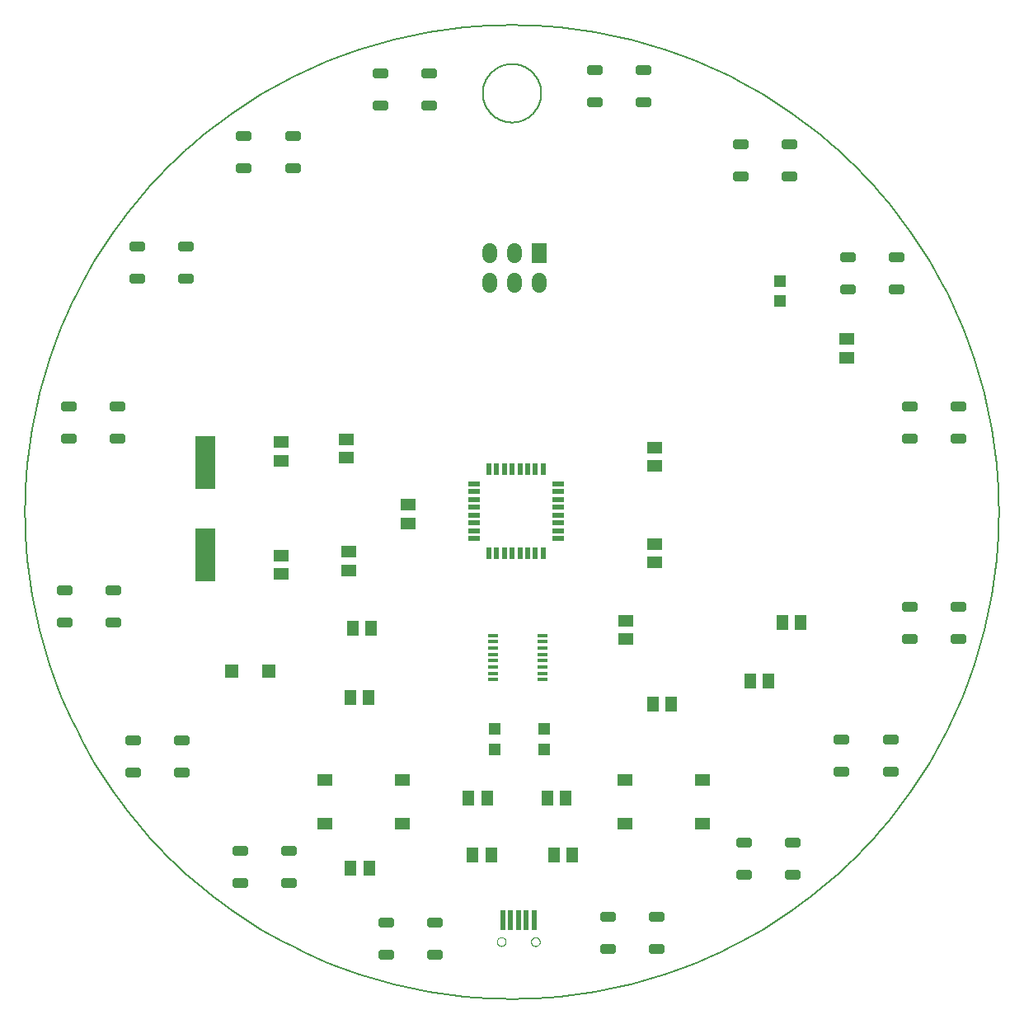
<source format=gtp>
G75*
%MOIN*%
%OFA0B0*%
%FSLAX25Y25*%
%IPPOS*%
%LPD*%
%AMOC8*
5,1,8,0,0,1.08239X$1,22.5*
%
%ADD10C,0.00600*%
%ADD11R,0.05118X0.05906*%
%ADD12R,0.05906X0.05118*%
%ADD13R,0.05512X0.05512*%
%ADD14R,0.05000X0.02200*%
%ADD15R,0.02200X0.05000*%
%ADD16R,0.03900X0.01200*%
%ADD17C,0.01969*%
%ADD18R,0.04724X0.04724*%
%ADD19R,0.06299X0.05118*%
%ADD20R,0.06000X0.08000*%
%ADD21C,0.06000*%
%ADD22R,0.01969X0.07874*%
%ADD23C,0.00000*%
%ADD24R,0.07874X0.21654*%
D10*
X0001300Y0203937D02*
X0001359Y0208768D01*
X0001537Y0213596D01*
X0001833Y0218418D01*
X0002248Y0223232D01*
X0002780Y0228034D01*
X0003431Y0232821D01*
X0004198Y0237591D01*
X0005082Y0242341D01*
X0006083Y0247067D01*
X0007199Y0251768D01*
X0008431Y0256439D01*
X0009776Y0261080D01*
X0011235Y0265685D01*
X0012807Y0270254D01*
X0014490Y0274782D01*
X0016284Y0279268D01*
X0018188Y0283709D01*
X0020200Y0288101D01*
X0022319Y0292443D01*
X0024544Y0296731D01*
X0026873Y0300964D01*
X0029306Y0305138D01*
X0031841Y0309251D01*
X0034475Y0313301D01*
X0037208Y0317285D01*
X0040039Y0321200D01*
X0042964Y0325045D01*
X0045983Y0328817D01*
X0049093Y0332514D01*
X0052294Y0336133D01*
X0055582Y0339673D01*
X0058956Y0343131D01*
X0062414Y0346505D01*
X0065954Y0349793D01*
X0069573Y0352994D01*
X0073270Y0356104D01*
X0077042Y0359123D01*
X0080887Y0362048D01*
X0084802Y0364879D01*
X0088786Y0367612D01*
X0092836Y0370246D01*
X0096949Y0372781D01*
X0101123Y0375214D01*
X0105356Y0377543D01*
X0109644Y0379768D01*
X0113986Y0381887D01*
X0118378Y0383899D01*
X0122819Y0385803D01*
X0127305Y0387597D01*
X0131833Y0389280D01*
X0136402Y0390852D01*
X0141007Y0392311D01*
X0145648Y0393656D01*
X0150319Y0394888D01*
X0155020Y0396004D01*
X0159746Y0397005D01*
X0164496Y0397889D01*
X0169266Y0398656D01*
X0174053Y0399307D01*
X0178855Y0399839D01*
X0183669Y0400254D01*
X0188491Y0400550D01*
X0193319Y0400728D01*
X0198150Y0400787D01*
X0202981Y0400728D01*
X0207809Y0400550D01*
X0212631Y0400254D01*
X0217445Y0399839D01*
X0222247Y0399307D01*
X0227034Y0398656D01*
X0231804Y0397889D01*
X0236554Y0397005D01*
X0241280Y0396004D01*
X0245981Y0394888D01*
X0250652Y0393656D01*
X0255293Y0392311D01*
X0259898Y0390852D01*
X0264467Y0389280D01*
X0268995Y0387597D01*
X0273481Y0385803D01*
X0277922Y0383899D01*
X0282314Y0381887D01*
X0286656Y0379768D01*
X0290944Y0377543D01*
X0295177Y0375214D01*
X0299351Y0372781D01*
X0303464Y0370246D01*
X0307514Y0367612D01*
X0311498Y0364879D01*
X0315413Y0362048D01*
X0319258Y0359123D01*
X0323030Y0356104D01*
X0326727Y0352994D01*
X0330346Y0349793D01*
X0333886Y0346505D01*
X0337344Y0343131D01*
X0340718Y0339673D01*
X0344006Y0336133D01*
X0347207Y0332514D01*
X0350317Y0328817D01*
X0353336Y0325045D01*
X0356261Y0321200D01*
X0359092Y0317285D01*
X0361825Y0313301D01*
X0364459Y0309251D01*
X0366994Y0305138D01*
X0369427Y0300964D01*
X0371756Y0296731D01*
X0373981Y0292443D01*
X0376100Y0288101D01*
X0378112Y0283709D01*
X0380016Y0279268D01*
X0381810Y0274782D01*
X0383493Y0270254D01*
X0385065Y0265685D01*
X0386524Y0261080D01*
X0387869Y0256439D01*
X0389101Y0251768D01*
X0390217Y0247067D01*
X0391218Y0242341D01*
X0392102Y0237591D01*
X0392869Y0232821D01*
X0393520Y0228034D01*
X0394052Y0223232D01*
X0394467Y0218418D01*
X0394763Y0213596D01*
X0394941Y0208768D01*
X0395000Y0203937D01*
X0394941Y0199106D01*
X0394763Y0194278D01*
X0394467Y0189456D01*
X0394052Y0184642D01*
X0393520Y0179840D01*
X0392869Y0175053D01*
X0392102Y0170283D01*
X0391218Y0165533D01*
X0390217Y0160807D01*
X0389101Y0156106D01*
X0387869Y0151435D01*
X0386524Y0146794D01*
X0385065Y0142189D01*
X0383493Y0137620D01*
X0381810Y0133092D01*
X0380016Y0128606D01*
X0378112Y0124165D01*
X0376100Y0119773D01*
X0373981Y0115431D01*
X0371756Y0111143D01*
X0369427Y0106910D01*
X0366994Y0102736D01*
X0364459Y0098623D01*
X0361825Y0094573D01*
X0359092Y0090589D01*
X0356261Y0086674D01*
X0353336Y0082829D01*
X0350317Y0079057D01*
X0347207Y0075360D01*
X0344006Y0071741D01*
X0340718Y0068201D01*
X0337344Y0064743D01*
X0333886Y0061369D01*
X0330346Y0058081D01*
X0326727Y0054880D01*
X0323030Y0051770D01*
X0319258Y0048751D01*
X0315413Y0045826D01*
X0311498Y0042995D01*
X0307514Y0040262D01*
X0303464Y0037628D01*
X0299351Y0035093D01*
X0295177Y0032660D01*
X0290944Y0030331D01*
X0286656Y0028106D01*
X0282314Y0025987D01*
X0277922Y0023975D01*
X0273481Y0022071D01*
X0268995Y0020277D01*
X0264467Y0018594D01*
X0259898Y0017022D01*
X0255293Y0015563D01*
X0250652Y0014218D01*
X0245981Y0012986D01*
X0241280Y0011870D01*
X0236554Y0010869D01*
X0231804Y0009985D01*
X0227034Y0009218D01*
X0222247Y0008567D01*
X0217445Y0008035D01*
X0212631Y0007620D01*
X0207809Y0007324D01*
X0202981Y0007146D01*
X0198150Y0007087D01*
X0193319Y0007146D01*
X0188491Y0007324D01*
X0183669Y0007620D01*
X0178855Y0008035D01*
X0174053Y0008567D01*
X0169266Y0009218D01*
X0164496Y0009985D01*
X0159746Y0010869D01*
X0155020Y0011870D01*
X0150319Y0012986D01*
X0145648Y0014218D01*
X0141007Y0015563D01*
X0136402Y0017022D01*
X0131833Y0018594D01*
X0127305Y0020277D01*
X0122819Y0022071D01*
X0118378Y0023975D01*
X0113986Y0025987D01*
X0109644Y0028106D01*
X0105356Y0030331D01*
X0101123Y0032660D01*
X0096949Y0035093D01*
X0092836Y0037628D01*
X0088786Y0040262D01*
X0084802Y0042995D01*
X0080887Y0045826D01*
X0077042Y0048751D01*
X0073270Y0051770D01*
X0069573Y0054880D01*
X0065954Y0058081D01*
X0062414Y0061369D01*
X0058956Y0064743D01*
X0055582Y0068201D01*
X0052294Y0071741D01*
X0049093Y0075360D01*
X0045983Y0079057D01*
X0042964Y0082829D01*
X0040039Y0086674D01*
X0037208Y0090589D01*
X0034475Y0094573D01*
X0031841Y0098623D01*
X0029306Y0102736D01*
X0026873Y0106910D01*
X0024544Y0111143D01*
X0022319Y0115431D01*
X0020200Y0119773D01*
X0018188Y0124165D01*
X0016284Y0128606D01*
X0014490Y0133092D01*
X0012807Y0137620D01*
X0011235Y0142189D01*
X0009776Y0146794D01*
X0008431Y0151435D01*
X0007199Y0156106D01*
X0006083Y0160807D01*
X0005082Y0165533D01*
X0004198Y0170283D01*
X0003431Y0175053D01*
X0002780Y0179840D01*
X0002248Y0184642D01*
X0001833Y0189456D01*
X0001537Y0194278D01*
X0001359Y0199106D01*
X0001300Y0203937D01*
X0186339Y0373228D02*
X0186343Y0373518D01*
X0186353Y0373808D01*
X0186371Y0374097D01*
X0186396Y0374386D01*
X0186428Y0374674D01*
X0186467Y0374961D01*
X0186513Y0375247D01*
X0186566Y0375532D01*
X0186626Y0375816D01*
X0186693Y0376098D01*
X0186767Y0376378D01*
X0186848Y0376657D01*
X0186935Y0376933D01*
X0187029Y0377207D01*
X0187130Y0377479D01*
X0187238Y0377748D01*
X0187352Y0378014D01*
X0187473Y0378278D01*
X0187600Y0378538D01*
X0187734Y0378796D01*
X0187873Y0379050D01*
X0188019Y0379300D01*
X0188171Y0379547D01*
X0188330Y0379790D01*
X0188494Y0380029D01*
X0188663Y0380264D01*
X0188839Y0380495D01*
X0189020Y0380721D01*
X0189207Y0380943D01*
X0189399Y0381160D01*
X0189596Y0381372D01*
X0189798Y0381580D01*
X0190006Y0381782D01*
X0190218Y0381979D01*
X0190435Y0382171D01*
X0190657Y0382358D01*
X0190883Y0382539D01*
X0191114Y0382715D01*
X0191349Y0382884D01*
X0191588Y0383048D01*
X0191831Y0383207D01*
X0192078Y0383359D01*
X0192328Y0383505D01*
X0192582Y0383644D01*
X0192840Y0383778D01*
X0193100Y0383905D01*
X0193364Y0384026D01*
X0193630Y0384140D01*
X0193899Y0384248D01*
X0194171Y0384349D01*
X0194445Y0384443D01*
X0194721Y0384530D01*
X0195000Y0384611D01*
X0195280Y0384685D01*
X0195562Y0384752D01*
X0195846Y0384812D01*
X0196131Y0384865D01*
X0196417Y0384911D01*
X0196704Y0384950D01*
X0196992Y0384982D01*
X0197281Y0385007D01*
X0197570Y0385025D01*
X0197860Y0385035D01*
X0198150Y0385039D01*
X0198440Y0385035D01*
X0198730Y0385025D01*
X0199019Y0385007D01*
X0199308Y0384982D01*
X0199596Y0384950D01*
X0199883Y0384911D01*
X0200169Y0384865D01*
X0200454Y0384812D01*
X0200738Y0384752D01*
X0201020Y0384685D01*
X0201300Y0384611D01*
X0201579Y0384530D01*
X0201855Y0384443D01*
X0202129Y0384349D01*
X0202401Y0384248D01*
X0202670Y0384140D01*
X0202936Y0384026D01*
X0203200Y0383905D01*
X0203460Y0383778D01*
X0203718Y0383644D01*
X0203972Y0383505D01*
X0204222Y0383359D01*
X0204469Y0383207D01*
X0204712Y0383048D01*
X0204951Y0382884D01*
X0205186Y0382715D01*
X0205417Y0382539D01*
X0205643Y0382358D01*
X0205865Y0382171D01*
X0206082Y0381979D01*
X0206294Y0381782D01*
X0206502Y0381580D01*
X0206704Y0381372D01*
X0206901Y0381160D01*
X0207093Y0380943D01*
X0207280Y0380721D01*
X0207461Y0380495D01*
X0207637Y0380264D01*
X0207806Y0380029D01*
X0207970Y0379790D01*
X0208129Y0379547D01*
X0208281Y0379300D01*
X0208427Y0379050D01*
X0208566Y0378796D01*
X0208700Y0378538D01*
X0208827Y0378278D01*
X0208948Y0378014D01*
X0209062Y0377748D01*
X0209170Y0377479D01*
X0209271Y0377207D01*
X0209365Y0376933D01*
X0209452Y0376657D01*
X0209533Y0376378D01*
X0209607Y0376098D01*
X0209674Y0375816D01*
X0209734Y0375532D01*
X0209787Y0375247D01*
X0209833Y0374961D01*
X0209872Y0374674D01*
X0209904Y0374386D01*
X0209929Y0374097D01*
X0209947Y0373808D01*
X0209957Y0373518D01*
X0209961Y0373228D01*
X0209957Y0372938D01*
X0209947Y0372648D01*
X0209929Y0372359D01*
X0209904Y0372070D01*
X0209872Y0371782D01*
X0209833Y0371495D01*
X0209787Y0371209D01*
X0209734Y0370924D01*
X0209674Y0370640D01*
X0209607Y0370358D01*
X0209533Y0370078D01*
X0209452Y0369799D01*
X0209365Y0369523D01*
X0209271Y0369249D01*
X0209170Y0368977D01*
X0209062Y0368708D01*
X0208948Y0368442D01*
X0208827Y0368178D01*
X0208700Y0367918D01*
X0208566Y0367660D01*
X0208427Y0367406D01*
X0208281Y0367156D01*
X0208129Y0366909D01*
X0207970Y0366666D01*
X0207806Y0366427D01*
X0207637Y0366192D01*
X0207461Y0365961D01*
X0207280Y0365735D01*
X0207093Y0365513D01*
X0206901Y0365296D01*
X0206704Y0365084D01*
X0206502Y0364876D01*
X0206294Y0364674D01*
X0206082Y0364477D01*
X0205865Y0364285D01*
X0205643Y0364098D01*
X0205417Y0363917D01*
X0205186Y0363741D01*
X0204951Y0363572D01*
X0204712Y0363408D01*
X0204469Y0363249D01*
X0204222Y0363097D01*
X0203972Y0362951D01*
X0203718Y0362812D01*
X0203460Y0362678D01*
X0203200Y0362551D01*
X0202936Y0362430D01*
X0202670Y0362316D01*
X0202401Y0362208D01*
X0202129Y0362107D01*
X0201855Y0362013D01*
X0201579Y0361926D01*
X0201300Y0361845D01*
X0201020Y0361771D01*
X0200738Y0361704D01*
X0200454Y0361644D01*
X0200169Y0361591D01*
X0199883Y0361545D01*
X0199596Y0361506D01*
X0199308Y0361474D01*
X0199019Y0361449D01*
X0198730Y0361431D01*
X0198440Y0361421D01*
X0198150Y0361417D01*
X0197860Y0361421D01*
X0197570Y0361431D01*
X0197281Y0361449D01*
X0196992Y0361474D01*
X0196704Y0361506D01*
X0196417Y0361545D01*
X0196131Y0361591D01*
X0195846Y0361644D01*
X0195562Y0361704D01*
X0195280Y0361771D01*
X0195000Y0361845D01*
X0194721Y0361926D01*
X0194445Y0362013D01*
X0194171Y0362107D01*
X0193899Y0362208D01*
X0193630Y0362316D01*
X0193364Y0362430D01*
X0193100Y0362551D01*
X0192840Y0362678D01*
X0192582Y0362812D01*
X0192328Y0362951D01*
X0192078Y0363097D01*
X0191831Y0363249D01*
X0191588Y0363408D01*
X0191349Y0363572D01*
X0191114Y0363741D01*
X0190883Y0363917D01*
X0190657Y0364098D01*
X0190435Y0364285D01*
X0190218Y0364477D01*
X0190006Y0364674D01*
X0189798Y0364876D01*
X0189596Y0365084D01*
X0189399Y0365296D01*
X0189207Y0365513D01*
X0189020Y0365735D01*
X0188839Y0365961D01*
X0188663Y0366192D01*
X0188494Y0366427D01*
X0188330Y0366666D01*
X0188171Y0366909D01*
X0188019Y0367156D01*
X0187873Y0367406D01*
X0187734Y0367660D01*
X0187600Y0367918D01*
X0187473Y0368178D01*
X0187352Y0368442D01*
X0187238Y0368708D01*
X0187130Y0368977D01*
X0187029Y0369249D01*
X0186935Y0369523D01*
X0186848Y0369799D01*
X0186767Y0370078D01*
X0186693Y0370358D01*
X0186626Y0370640D01*
X0186566Y0370924D01*
X0186513Y0371209D01*
X0186467Y0371495D01*
X0186428Y0371782D01*
X0186396Y0372070D01*
X0186371Y0372359D01*
X0186353Y0372648D01*
X0186343Y0372938D01*
X0186339Y0373228D01*
D11*
X0141221Y0156850D03*
X0133741Y0156850D03*
X0132717Y0128976D03*
X0140198Y0128976D03*
X0180513Y0088228D03*
X0187993Y0088228D03*
X0189725Y0065118D03*
X0182245Y0065118D03*
X0212324Y0088228D03*
X0219804Y0088228D03*
X0222599Y0065118D03*
X0215119Y0065118D03*
X0255001Y0126220D03*
X0262481Y0126220D03*
X0294371Y0135472D03*
X0301851Y0135472D03*
X0307442Y0159094D03*
X0314922Y0159094D03*
X0140355Y0059803D03*
X0132875Y0059803D03*
D12*
X0243977Y0152480D03*
X0243977Y0159961D03*
X0255670Y0183543D03*
X0255670Y0191024D03*
X0255670Y0222598D03*
X0255670Y0230079D03*
X0333544Y0266299D03*
X0333544Y0273780D03*
X0156261Y0206772D03*
X0156261Y0199291D03*
X0132245Y0187835D03*
X0132245Y0180354D03*
X0104686Y0178780D03*
X0104686Y0186260D03*
X0104686Y0224646D03*
X0104686Y0232126D03*
X0131064Y0233307D03*
X0131064Y0225827D03*
D13*
X0099686Y0139724D03*
X0084725Y0139724D03*
D14*
X0182865Y0193228D03*
X0182865Y0196378D03*
X0182865Y0199528D03*
X0182865Y0202677D03*
X0182865Y0205827D03*
X0182865Y0208976D03*
X0182865Y0212126D03*
X0182865Y0215276D03*
X0216665Y0215276D03*
X0216665Y0212126D03*
X0216665Y0208976D03*
X0216665Y0205827D03*
X0216665Y0202677D03*
X0216665Y0199528D03*
X0216665Y0196378D03*
X0216665Y0193228D03*
D15*
X0210788Y0187352D03*
X0207639Y0187352D03*
X0204489Y0187352D03*
X0201339Y0187352D03*
X0198190Y0187352D03*
X0195040Y0187352D03*
X0191891Y0187352D03*
X0188741Y0187352D03*
X0188741Y0221152D03*
X0191891Y0221152D03*
X0195040Y0221152D03*
X0198190Y0221152D03*
X0201339Y0221152D03*
X0204489Y0221152D03*
X0207639Y0221152D03*
X0210788Y0221152D03*
D16*
X0210500Y0154075D03*
X0210500Y0151516D03*
X0210500Y0148957D03*
X0210500Y0146398D03*
X0210500Y0143839D03*
X0210500Y0141280D03*
X0210500Y0138720D03*
X0210500Y0136161D03*
X0190525Y0136161D03*
X0190525Y0138720D03*
X0190525Y0141280D03*
X0190525Y0143839D03*
X0190525Y0146398D03*
X0190525Y0148957D03*
X0190525Y0151516D03*
X0190525Y0154075D03*
D17*
X0090473Y0054921D02*
X0086143Y0054921D01*
X0090473Y0054921D02*
X0090473Y0052953D01*
X0086143Y0052953D01*
X0086143Y0054921D01*
X0086143Y0054824D02*
X0090473Y0054824D01*
X0090473Y0067913D02*
X0086143Y0067913D01*
X0090473Y0067913D02*
X0090473Y0065945D01*
X0086143Y0065945D01*
X0086143Y0067913D01*
X0086143Y0067816D02*
X0090473Y0067816D01*
X0105828Y0067913D02*
X0110158Y0067913D01*
X0110158Y0065945D01*
X0105828Y0065945D01*
X0105828Y0067913D01*
X0105828Y0067816D02*
X0110158Y0067816D01*
X0110158Y0054921D02*
X0105828Y0054921D01*
X0110158Y0054921D02*
X0110158Y0052953D01*
X0105828Y0052953D01*
X0105828Y0054921D01*
X0105828Y0054824D02*
X0110158Y0054824D01*
X0145198Y0038858D02*
X0149528Y0038858D01*
X0149528Y0036890D01*
X0145198Y0036890D01*
X0145198Y0038858D01*
X0145198Y0038761D02*
X0149528Y0038761D01*
X0149528Y0025866D02*
X0145198Y0025866D01*
X0149528Y0025866D02*
X0149528Y0023898D01*
X0145198Y0023898D01*
X0145198Y0025866D01*
X0145198Y0025769D02*
X0149528Y0025769D01*
X0164883Y0025866D02*
X0169213Y0025866D01*
X0169213Y0023898D01*
X0164883Y0023898D01*
X0164883Y0025866D01*
X0164883Y0025769D02*
X0169213Y0025769D01*
X0169213Y0038858D02*
X0164883Y0038858D01*
X0169213Y0038858D02*
X0169213Y0036890D01*
X0164883Y0036890D01*
X0164883Y0038858D01*
X0164883Y0038761D02*
X0169213Y0038761D01*
X0234804Y0041102D02*
X0239134Y0041102D01*
X0239134Y0039134D01*
X0234804Y0039134D01*
X0234804Y0041102D01*
X0234804Y0041005D02*
X0239134Y0041005D01*
X0239134Y0028110D02*
X0234804Y0028110D01*
X0239134Y0028110D02*
X0239134Y0026142D01*
X0234804Y0026142D01*
X0234804Y0028110D01*
X0234804Y0028013D02*
X0239134Y0028013D01*
X0254489Y0028110D02*
X0258819Y0028110D01*
X0258819Y0026142D01*
X0254489Y0026142D01*
X0254489Y0028110D01*
X0254489Y0028013D02*
X0258819Y0028013D01*
X0258819Y0041102D02*
X0254489Y0041102D01*
X0258819Y0041102D02*
X0258819Y0039134D01*
X0254489Y0039134D01*
X0254489Y0041102D01*
X0254489Y0041005D02*
X0258819Y0041005D01*
X0289922Y0058110D02*
X0294252Y0058110D01*
X0294252Y0056142D01*
X0289922Y0056142D01*
X0289922Y0058110D01*
X0289922Y0058013D02*
X0294252Y0058013D01*
X0294252Y0071102D02*
X0289922Y0071102D01*
X0294252Y0071102D02*
X0294252Y0069134D01*
X0289922Y0069134D01*
X0289922Y0071102D01*
X0289922Y0071005D02*
X0294252Y0071005D01*
X0309607Y0071102D02*
X0313937Y0071102D01*
X0313937Y0069134D01*
X0309607Y0069134D01*
X0309607Y0071102D01*
X0309607Y0071005D02*
X0313937Y0071005D01*
X0313937Y0058110D02*
X0309607Y0058110D01*
X0313937Y0058110D02*
X0313937Y0056142D01*
X0309607Y0056142D01*
X0309607Y0058110D01*
X0309607Y0058013D02*
X0313937Y0058013D01*
X0329292Y0099921D02*
X0333622Y0099921D01*
X0333622Y0097953D01*
X0329292Y0097953D01*
X0329292Y0099921D01*
X0329292Y0099824D02*
X0333622Y0099824D01*
X0333622Y0112913D02*
X0329292Y0112913D01*
X0333622Y0112913D02*
X0333622Y0110945D01*
X0329292Y0110945D01*
X0329292Y0112913D01*
X0329292Y0112816D02*
X0333622Y0112816D01*
X0348978Y0112913D02*
X0353308Y0112913D01*
X0353308Y0110945D01*
X0348978Y0110945D01*
X0348978Y0112913D01*
X0348978Y0112816D02*
X0353308Y0112816D01*
X0353308Y0099921D02*
X0348978Y0099921D01*
X0353308Y0099921D02*
X0353308Y0097953D01*
X0348978Y0097953D01*
X0348978Y0099921D01*
X0348978Y0099824D02*
X0353308Y0099824D01*
X0356852Y0153543D02*
X0361182Y0153543D01*
X0361182Y0151575D01*
X0356852Y0151575D01*
X0356852Y0153543D01*
X0356852Y0153446D02*
X0361182Y0153446D01*
X0361182Y0166535D02*
X0356852Y0166535D01*
X0361182Y0166535D02*
X0361182Y0164567D01*
X0356852Y0164567D01*
X0356852Y0166535D01*
X0356852Y0166438D02*
X0361182Y0166438D01*
X0376537Y0166535D02*
X0380867Y0166535D01*
X0380867Y0164567D01*
X0376537Y0164567D01*
X0376537Y0166535D01*
X0376537Y0166438D02*
X0380867Y0166438D01*
X0380867Y0153543D02*
X0376537Y0153543D01*
X0380867Y0153543D02*
X0380867Y0151575D01*
X0376537Y0151575D01*
X0376537Y0153543D01*
X0376537Y0153446D02*
X0380867Y0153446D01*
X0380867Y0234724D02*
X0376537Y0234724D01*
X0380867Y0234724D02*
X0380867Y0232756D01*
X0376537Y0232756D01*
X0376537Y0234724D01*
X0376537Y0234627D02*
X0380867Y0234627D01*
X0380867Y0247716D02*
X0376537Y0247716D01*
X0380867Y0247716D02*
X0380867Y0245748D01*
X0376537Y0245748D01*
X0376537Y0247716D01*
X0376537Y0247619D02*
X0380867Y0247619D01*
X0361182Y0247716D02*
X0356852Y0247716D01*
X0361182Y0247716D02*
X0361182Y0245748D01*
X0356852Y0245748D01*
X0356852Y0247716D01*
X0356852Y0247619D02*
X0361182Y0247619D01*
X0361182Y0234724D02*
X0356852Y0234724D01*
X0361182Y0234724D02*
X0361182Y0232756D01*
X0356852Y0232756D01*
X0356852Y0234724D01*
X0356852Y0234627D02*
X0361182Y0234627D01*
X0355748Y0294882D02*
X0351418Y0294882D01*
X0355748Y0294882D02*
X0355748Y0292914D01*
X0351418Y0292914D01*
X0351418Y0294882D01*
X0351418Y0294785D02*
X0355748Y0294785D01*
X0355748Y0307874D02*
X0351418Y0307874D01*
X0355748Y0307874D02*
X0355748Y0305906D01*
X0351418Y0305906D01*
X0351418Y0307874D01*
X0351418Y0307777D02*
X0355748Y0307777D01*
X0336063Y0307874D02*
X0331733Y0307874D01*
X0336063Y0307874D02*
X0336063Y0305906D01*
X0331733Y0305906D01*
X0331733Y0307874D01*
X0331733Y0307777D02*
X0336063Y0307777D01*
X0336063Y0294882D02*
X0331733Y0294882D01*
X0336063Y0294882D02*
X0336063Y0292914D01*
X0331733Y0292914D01*
X0331733Y0294882D01*
X0331733Y0294785D02*
X0336063Y0294785D01*
X0312441Y0340630D02*
X0308111Y0340630D01*
X0312441Y0340630D02*
X0312441Y0338662D01*
X0308111Y0338662D01*
X0308111Y0340630D01*
X0308111Y0340533D02*
X0312441Y0340533D01*
X0312441Y0353622D02*
X0308111Y0353622D01*
X0312441Y0353622D02*
X0312441Y0351654D01*
X0308111Y0351654D01*
X0308111Y0353622D01*
X0308111Y0353525D02*
X0312441Y0353525D01*
X0292756Y0353622D02*
X0288426Y0353622D01*
X0292756Y0353622D02*
X0292756Y0351654D01*
X0288426Y0351654D01*
X0288426Y0353622D01*
X0288426Y0353525D02*
X0292756Y0353525D01*
X0292756Y0340630D02*
X0288426Y0340630D01*
X0292756Y0340630D02*
X0292756Y0338662D01*
X0288426Y0338662D01*
X0288426Y0340630D01*
X0288426Y0340533D02*
X0292756Y0340533D01*
X0253386Y0370630D02*
X0249056Y0370630D01*
X0253386Y0370630D02*
X0253386Y0368662D01*
X0249056Y0368662D01*
X0249056Y0370630D01*
X0249056Y0370533D02*
X0253386Y0370533D01*
X0253386Y0383622D02*
X0249056Y0383622D01*
X0253386Y0383622D02*
X0253386Y0381654D01*
X0249056Y0381654D01*
X0249056Y0383622D01*
X0249056Y0383525D02*
X0253386Y0383525D01*
X0233701Y0383622D02*
X0229371Y0383622D01*
X0233701Y0383622D02*
X0233701Y0381654D01*
X0229371Y0381654D01*
X0229371Y0383622D01*
X0229371Y0383525D02*
X0233701Y0383525D01*
X0233701Y0370630D02*
X0229371Y0370630D01*
X0233701Y0370630D02*
X0233701Y0368662D01*
X0229371Y0368662D01*
X0229371Y0370630D01*
X0229371Y0370533D02*
X0233701Y0370533D01*
X0166772Y0369134D02*
X0162442Y0369134D01*
X0166772Y0369134D02*
X0166772Y0367166D01*
X0162442Y0367166D01*
X0162442Y0369134D01*
X0162442Y0369037D02*
X0166772Y0369037D01*
X0166772Y0382126D02*
X0162442Y0382126D01*
X0166772Y0382126D02*
X0166772Y0380158D01*
X0162442Y0380158D01*
X0162442Y0382126D01*
X0162442Y0382029D02*
X0166772Y0382029D01*
X0147087Y0382126D02*
X0142757Y0382126D01*
X0147087Y0382126D02*
X0147087Y0380158D01*
X0142757Y0380158D01*
X0142757Y0382126D01*
X0142757Y0382029D02*
X0147087Y0382029D01*
X0147087Y0369134D02*
X0142757Y0369134D01*
X0147087Y0369134D02*
X0147087Y0367166D01*
X0142757Y0367166D01*
X0142757Y0369134D01*
X0142757Y0369037D02*
X0147087Y0369037D01*
X0111654Y0357008D02*
X0107324Y0357008D01*
X0111654Y0357008D02*
X0111654Y0355040D01*
X0107324Y0355040D01*
X0107324Y0357008D01*
X0107324Y0356911D02*
X0111654Y0356911D01*
X0111654Y0344015D02*
X0107324Y0344015D01*
X0111654Y0344015D02*
X0111654Y0342047D01*
X0107324Y0342047D01*
X0107324Y0344015D01*
X0107324Y0343918D02*
X0111654Y0343918D01*
X0091969Y0344015D02*
X0087639Y0344015D01*
X0091969Y0344015D02*
X0091969Y0342047D01*
X0087639Y0342047D01*
X0087639Y0344015D01*
X0087639Y0343918D02*
X0091969Y0343918D01*
X0091969Y0357008D02*
X0087639Y0357008D01*
X0091969Y0357008D02*
X0091969Y0355040D01*
X0087639Y0355040D01*
X0087639Y0357008D01*
X0087639Y0356911D02*
X0091969Y0356911D01*
X0068347Y0312204D02*
X0064017Y0312204D01*
X0068347Y0312204D02*
X0068347Y0310236D01*
X0064017Y0310236D01*
X0064017Y0312204D01*
X0064017Y0312107D02*
X0068347Y0312107D01*
X0068347Y0299212D02*
X0064017Y0299212D01*
X0068347Y0299212D02*
X0068347Y0297244D01*
X0064017Y0297244D01*
X0064017Y0299212D01*
X0064017Y0299115D02*
X0068347Y0299115D01*
X0048662Y0299212D02*
X0044332Y0299212D01*
X0048662Y0299212D02*
X0048662Y0297244D01*
X0044332Y0297244D01*
X0044332Y0299212D01*
X0044332Y0299115D02*
X0048662Y0299115D01*
X0048662Y0312204D02*
X0044332Y0312204D01*
X0048662Y0312204D02*
X0048662Y0310236D01*
X0044332Y0310236D01*
X0044332Y0312204D01*
X0044332Y0312107D02*
X0048662Y0312107D01*
X0040788Y0247716D02*
X0036458Y0247716D01*
X0040788Y0247716D02*
X0040788Y0245748D01*
X0036458Y0245748D01*
X0036458Y0247716D01*
X0036458Y0247619D02*
X0040788Y0247619D01*
X0040788Y0234724D02*
X0036458Y0234724D01*
X0040788Y0234724D02*
X0040788Y0232756D01*
X0036458Y0232756D01*
X0036458Y0234724D01*
X0036458Y0234627D02*
X0040788Y0234627D01*
X0021103Y0234724D02*
X0016773Y0234724D01*
X0021103Y0234724D02*
X0021103Y0232756D01*
X0016773Y0232756D01*
X0016773Y0234724D01*
X0016773Y0234627D02*
X0021103Y0234627D01*
X0021103Y0247716D02*
X0016773Y0247716D01*
X0021103Y0247716D02*
X0021103Y0245748D01*
X0016773Y0245748D01*
X0016773Y0247716D01*
X0016773Y0247619D02*
X0021103Y0247619D01*
X0019607Y0173267D02*
X0015277Y0173267D01*
X0019607Y0173267D02*
X0019607Y0171299D01*
X0015277Y0171299D01*
X0015277Y0173267D01*
X0015277Y0173170D02*
X0019607Y0173170D01*
X0019607Y0160275D02*
X0015277Y0160275D01*
X0019607Y0160275D02*
X0019607Y0158307D01*
X0015277Y0158307D01*
X0015277Y0160275D01*
X0015277Y0160178D02*
X0019607Y0160178D01*
X0034962Y0160275D02*
X0039292Y0160275D01*
X0039292Y0158307D01*
X0034962Y0158307D01*
X0034962Y0160275D01*
X0034962Y0160178D02*
X0039292Y0160178D01*
X0039292Y0173267D02*
X0034962Y0173267D01*
X0039292Y0173267D02*
X0039292Y0171299D01*
X0034962Y0171299D01*
X0034962Y0173267D01*
X0034962Y0173170D02*
X0039292Y0173170D01*
X0042836Y0112716D02*
X0047166Y0112716D01*
X0047166Y0110748D01*
X0042836Y0110748D01*
X0042836Y0112716D01*
X0042836Y0112619D02*
X0047166Y0112619D01*
X0047166Y0099724D02*
X0042836Y0099724D01*
X0047166Y0099724D02*
X0047166Y0097756D01*
X0042836Y0097756D01*
X0042836Y0099724D01*
X0042836Y0099627D02*
X0047166Y0099627D01*
X0062521Y0099724D02*
X0066851Y0099724D01*
X0066851Y0097756D01*
X0062521Y0097756D01*
X0062521Y0099724D01*
X0062521Y0099627D02*
X0066851Y0099627D01*
X0066851Y0112716D02*
X0062521Y0112716D01*
X0066851Y0112716D02*
X0066851Y0110748D01*
X0062521Y0110748D01*
X0062521Y0112716D01*
X0062521Y0112619D02*
X0066851Y0112619D01*
D18*
X0191064Y0116299D03*
X0191064Y0108031D03*
X0211064Y0108031D03*
X0211064Y0116299D03*
X0306497Y0289134D03*
X0306497Y0297402D03*
D19*
X0275237Y0095630D03*
X0275237Y0077913D03*
X0243741Y0077913D03*
X0243741Y0095630D03*
X0153820Y0095630D03*
X0153820Y0077913D03*
X0122324Y0077913D03*
X0122324Y0095630D03*
D20*
X0209095Y0308756D03*
D21*
X0199095Y0309756D02*
X0199095Y0307756D01*
X0189095Y0307756D02*
X0189095Y0309756D01*
X0189095Y0297756D02*
X0189095Y0295756D01*
X0199095Y0295756D02*
X0199095Y0297756D01*
X0209095Y0297756D02*
X0209095Y0295756D01*
D22*
X0207009Y0039055D03*
X0203859Y0039055D03*
X0200709Y0039055D03*
X0197560Y0039055D03*
X0194410Y0039055D03*
D23*
X0192048Y0030197D02*
X0192050Y0030281D01*
X0192056Y0030364D01*
X0192066Y0030447D01*
X0192080Y0030530D01*
X0192097Y0030612D01*
X0192119Y0030693D01*
X0192144Y0030772D01*
X0192173Y0030851D01*
X0192206Y0030928D01*
X0192242Y0031003D01*
X0192282Y0031077D01*
X0192325Y0031149D01*
X0192372Y0031218D01*
X0192422Y0031285D01*
X0192475Y0031350D01*
X0192531Y0031412D01*
X0192589Y0031472D01*
X0192651Y0031529D01*
X0192715Y0031582D01*
X0192782Y0031633D01*
X0192851Y0031680D01*
X0192922Y0031725D01*
X0192995Y0031765D01*
X0193070Y0031802D01*
X0193147Y0031836D01*
X0193225Y0031866D01*
X0193304Y0031892D01*
X0193385Y0031915D01*
X0193467Y0031933D01*
X0193549Y0031948D01*
X0193632Y0031959D01*
X0193715Y0031966D01*
X0193799Y0031969D01*
X0193883Y0031968D01*
X0193966Y0031963D01*
X0194050Y0031954D01*
X0194132Y0031941D01*
X0194214Y0031925D01*
X0194295Y0031904D01*
X0194376Y0031880D01*
X0194454Y0031852D01*
X0194532Y0031820D01*
X0194608Y0031784D01*
X0194682Y0031745D01*
X0194754Y0031703D01*
X0194824Y0031657D01*
X0194892Y0031608D01*
X0194957Y0031556D01*
X0195020Y0031501D01*
X0195080Y0031443D01*
X0195138Y0031382D01*
X0195192Y0031318D01*
X0195244Y0031252D01*
X0195292Y0031184D01*
X0195337Y0031113D01*
X0195378Y0031040D01*
X0195417Y0030966D01*
X0195451Y0030890D01*
X0195482Y0030812D01*
X0195509Y0030733D01*
X0195533Y0030652D01*
X0195552Y0030571D01*
X0195568Y0030489D01*
X0195580Y0030406D01*
X0195588Y0030322D01*
X0195592Y0030239D01*
X0195592Y0030155D01*
X0195588Y0030072D01*
X0195580Y0029988D01*
X0195568Y0029905D01*
X0195552Y0029823D01*
X0195533Y0029742D01*
X0195509Y0029661D01*
X0195482Y0029582D01*
X0195451Y0029504D01*
X0195417Y0029428D01*
X0195378Y0029354D01*
X0195337Y0029281D01*
X0195292Y0029210D01*
X0195244Y0029142D01*
X0195192Y0029076D01*
X0195138Y0029012D01*
X0195080Y0028951D01*
X0195020Y0028893D01*
X0194957Y0028838D01*
X0194892Y0028786D01*
X0194824Y0028737D01*
X0194754Y0028691D01*
X0194682Y0028649D01*
X0194608Y0028610D01*
X0194532Y0028574D01*
X0194454Y0028542D01*
X0194376Y0028514D01*
X0194295Y0028490D01*
X0194214Y0028469D01*
X0194132Y0028453D01*
X0194050Y0028440D01*
X0193966Y0028431D01*
X0193883Y0028426D01*
X0193799Y0028425D01*
X0193715Y0028428D01*
X0193632Y0028435D01*
X0193549Y0028446D01*
X0193467Y0028461D01*
X0193385Y0028479D01*
X0193304Y0028502D01*
X0193225Y0028528D01*
X0193147Y0028558D01*
X0193070Y0028592D01*
X0192995Y0028629D01*
X0192922Y0028669D01*
X0192851Y0028714D01*
X0192782Y0028761D01*
X0192715Y0028812D01*
X0192651Y0028865D01*
X0192589Y0028922D01*
X0192531Y0028982D01*
X0192475Y0029044D01*
X0192422Y0029109D01*
X0192372Y0029176D01*
X0192325Y0029245D01*
X0192282Y0029317D01*
X0192242Y0029391D01*
X0192206Y0029466D01*
X0192173Y0029543D01*
X0192144Y0029622D01*
X0192119Y0029701D01*
X0192097Y0029782D01*
X0192080Y0029864D01*
X0192066Y0029947D01*
X0192056Y0030030D01*
X0192050Y0030113D01*
X0192048Y0030197D01*
X0205827Y0030197D02*
X0205829Y0030281D01*
X0205835Y0030364D01*
X0205845Y0030447D01*
X0205859Y0030530D01*
X0205876Y0030612D01*
X0205898Y0030693D01*
X0205923Y0030772D01*
X0205952Y0030851D01*
X0205985Y0030928D01*
X0206021Y0031003D01*
X0206061Y0031077D01*
X0206104Y0031149D01*
X0206151Y0031218D01*
X0206201Y0031285D01*
X0206254Y0031350D01*
X0206310Y0031412D01*
X0206368Y0031472D01*
X0206430Y0031529D01*
X0206494Y0031582D01*
X0206561Y0031633D01*
X0206630Y0031680D01*
X0206701Y0031725D01*
X0206774Y0031765D01*
X0206849Y0031802D01*
X0206926Y0031836D01*
X0207004Y0031866D01*
X0207083Y0031892D01*
X0207164Y0031915D01*
X0207246Y0031933D01*
X0207328Y0031948D01*
X0207411Y0031959D01*
X0207494Y0031966D01*
X0207578Y0031969D01*
X0207662Y0031968D01*
X0207745Y0031963D01*
X0207829Y0031954D01*
X0207911Y0031941D01*
X0207993Y0031925D01*
X0208074Y0031904D01*
X0208155Y0031880D01*
X0208233Y0031852D01*
X0208311Y0031820D01*
X0208387Y0031784D01*
X0208461Y0031745D01*
X0208533Y0031703D01*
X0208603Y0031657D01*
X0208671Y0031608D01*
X0208736Y0031556D01*
X0208799Y0031501D01*
X0208859Y0031443D01*
X0208917Y0031382D01*
X0208971Y0031318D01*
X0209023Y0031252D01*
X0209071Y0031184D01*
X0209116Y0031113D01*
X0209157Y0031040D01*
X0209196Y0030966D01*
X0209230Y0030890D01*
X0209261Y0030812D01*
X0209288Y0030733D01*
X0209312Y0030652D01*
X0209331Y0030571D01*
X0209347Y0030489D01*
X0209359Y0030406D01*
X0209367Y0030322D01*
X0209371Y0030239D01*
X0209371Y0030155D01*
X0209367Y0030072D01*
X0209359Y0029988D01*
X0209347Y0029905D01*
X0209331Y0029823D01*
X0209312Y0029742D01*
X0209288Y0029661D01*
X0209261Y0029582D01*
X0209230Y0029504D01*
X0209196Y0029428D01*
X0209157Y0029354D01*
X0209116Y0029281D01*
X0209071Y0029210D01*
X0209023Y0029142D01*
X0208971Y0029076D01*
X0208917Y0029012D01*
X0208859Y0028951D01*
X0208799Y0028893D01*
X0208736Y0028838D01*
X0208671Y0028786D01*
X0208603Y0028737D01*
X0208533Y0028691D01*
X0208461Y0028649D01*
X0208387Y0028610D01*
X0208311Y0028574D01*
X0208233Y0028542D01*
X0208155Y0028514D01*
X0208074Y0028490D01*
X0207993Y0028469D01*
X0207911Y0028453D01*
X0207829Y0028440D01*
X0207745Y0028431D01*
X0207662Y0028426D01*
X0207578Y0028425D01*
X0207494Y0028428D01*
X0207411Y0028435D01*
X0207328Y0028446D01*
X0207246Y0028461D01*
X0207164Y0028479D01*
X0207083Y0028502D01*
X0207004Y0028528D01*
X0206926Y0028558D01*
X0206849Y0028592D01*
X0206774Y0028629D01*
X0206701Y0028669D01*
X0206630Y0028714D01*
X0206561Y0028761D01*
X0206494Y0028812D01*
X0206430Y0028865D01*
X0206368Y0028922D01*
X0206310Y0028982D01*
X0206254Y0029044D01*
X0206201Y0029109D01*
X0206151Y0029176D01*
X0206104Y0029245D01*
X0206061Y0029317D01*
X0206021Y0029391D01*
X0205985Y0029466D01*
X0205952Y0029543D01*
X0205923Y0029622D01*
X0205898Y0029701D01*
X0205876Y0029782D01*
X0205859Y0029864D01*
X0205845Y0029947D01*
X0205835Y0030030D01*
X0205829Y0030113D01*
X0205827Y0030197D01*
D24*
X0074174Y0186496D03*
X0074174Y0223898D03*
M02*

</source>
